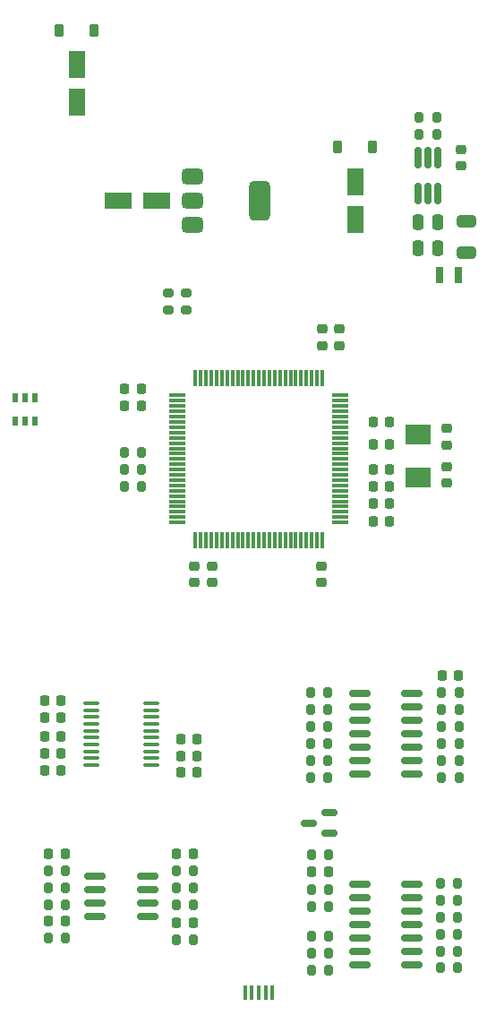
<source format=gbr>
%TF.GenerationSoftware,KiCad,Pcbnew,8.0.7*%
%TF.CreationDate,2025-01-14T15:56:34+00:00*%
%TF.ProjectId,Spectralist_Components,53706563-7472-4616-9c69-73745f436f6d,rev?*%
%TF.SameCoordinates,Original*%
%TF.FileFunction,Paste,Bot*%
%TF.FilePolarity,Positive*%
%FSLAX46Y46*%
G04 Gerber Fmt 4.6, Leading zero omitted, Abs format (unit mm)*
G04 Created by KiCad (PCBNEW 8.0.7) date 2025-01-14 15:56:34*
%MOMM*%
%LPD*%
G01*
G04 APERTURE LIST*
G04 Aperture macros list*
%AMRoundRect*
0 Rectangle with rounded corners*
0 $1 Rounding radius*
0 $2 $3 $4 $5 $6 $7 $8 $9 X,Y pos of 4 corners*
0 Add a 4 corners polygon primitive as box body*
4,1,4,$2,$3,$4,$5,$6,$7,$8,$9,$2,$3,0*
0 Add four circle primitives for the rounded corners*
1,1,$1+$1,$2,$3*
1,1,$1+$1,$4,$5*
1,1,$1+$1,$6,$7*
1,1,$1+$1,$8,$9*
0 Add four rect primitives between the rounded corners*
20,1,$1+$1,$2,$3,$4,$5,0*
20,1,$1+$1,$4,$5,$6,$7,0*
20,1,$1+$1,$6,$7,$8,$9,0*
20,1,$1+$1,$8,$9,$2,$3,0*%
G04 Aperture macros list end*
%ADD10RoundRect,0.200000X0.200000X0.275000X-0.200000X0.275000X-0.200000X-0.275000X0.200000X-0.275000X0*%
%ADD11RoundRect,0.150000X0.587500X0.150000X-0.587500X0.150000X-0.587500X-0.150000X0.587500X-0.150000X0*%
%ADD12RoundRect,0.225000X-0.250000X0.225000X-0.250000X-0.225000X0.250000X-0.225000X0.250000X0.225000X0*%
%ADD13RoundRect,0.225000X-0.225000X-0.250000X0.225000X-0.250000X0.225000X0.250000X-0.225000X0.250000X0*%
%ADD14RoundRect,0.250000X0.550000X-1.050000X0.550000X1.050000X-0.550000X1.050000X-0.550000X-1.050000X0*%
%ADD15RoundRect,0.225000X0.225000X0.250000X-0.225000X0.250000X-0.225000X-0.250000X0.225000X-0.250000X0*%
%ADD16RoundRect,0.250000X0.650000X-0.325000X0.650000X0.325000X-0.650000X0.325000X-0.650000X-0.325000X0*%
%ADD17RoundRect,0.225000X0.250000X-0.225000X0.250000X0.225000X-0.250000X0.225000X-0.250000X-0.225000X0*%
%ADD18RoundRect,0.250000X-0.550000X1.050000X-0.550000X-1.050000X0.550000X-1.050000X0.550000X1.050000X0*%
%ADD19R,2.400000X1.900000*%
%ADD20RoundRect,0.200000X-0.200000X-0.275000X0.200000X-0.275000X0.200000X0.275000X-0.200000X0.275000X0*%
%ADD21RoundRect,0.162500X0.162500X-0.837500X0.162500X0.837500X-0.162500X0.837500X-0.162500X-0.837500X0*%
%ADD22RoundRect,0.225000X0.225000X0.375000X-0.225000X0.375000X-0.225000X-0.375000X0.225000X-0.375000X0*%
%ADD23RoundRect,0.150000X-0.825000X-0.150000X0.825000X-0.150000X0.825000X0.150000X-0.825000X0.150000X0*%
%ADD24RoundRect,0.250000X-0.250000X-0.475000X0.250000X-0.475000X0.250000X0.475000X-0.250000X0.475000X0*%
%ADD25RoundRect,0.075000X0.725000X0.075000X-0.725000X0.075000X-0.725000X-0.075000X0.725000X-0.075000X0*%
%ADD26RoundRect,0.075000X0.075000X0.725000X-0.075000X0.725000X-0.075000X-0.725000X0.075000X-0.725000X0*%
%ADD27RoundRect,0.150000X0.825000X0.150000X-0.825000X0.150000X-0.825000X-0.150000X0.825000X-0.150000X0*%
%ADD28RoundRect,0.100000X-0.637500X-0.100000X0.637500X-0.100000X0.637500X0.100000X-0.637500X0.100000X0*%
%ADD29RoundRect,0.250000X1.050000X0.550000X-1.050000X0.550000X-1.050000X-0.550000X1.050000X-0.550000X0*%
%ADD30RoundRect,0.100000X0.100000X-0.575000X0.100000X0.575000X-0.100000X0.575000X-0.100000X-0.575000X0*%
%ADD31R,0.600000X0.950000*%
%ADD32RoundRect,0.200000X-0.275000X0.200000X-0.275000X-0.200000X0.275000X-0.200000X0.275000X0.200000X0*%
%ADD33R,0.800000X1.600000*%
%ADD34RoundRect,0.375000X-0.625000X-0.375000X0.625000X-0.375000X0.625000X0.375000X-0.625000X0.375000X0*%
%ADD35RoundRect,0.500000X-0.500000X-1.400000X0.500000X-1.400000X0.500000X1.400000X-0.500000X1.400000X0*%
G04 APERTURE END LIST*
D10*
%TO.C,R39*%
X118925000Y-96600000D03*
X117275000Y-96600000D03*
%TD*%
D11*
%TO.C,D3*%
X136637500Y-127450000D03*
X136637500Y-129350000D03*
X134762500Y-128400000D03*
%TD*%
D12*
%TO.C,C16*%
X137600000Y-81725000D03*
X137600000Y-83275000D03*
%TD*%
D13*
%TO.C,C21*%
X117325000Y-87400000D03*
X118875000Y-87400000D03*
%TD*%
D14*
%TO.C,C1*%
X139100000Y-71380000D03*
X139100000Y-67780000D03*
%TD*%
D12*
%TO.C,C22*%
X136000000Y-81725000D03*
X136000000Y-83275000D03*
%TD*%
D15*
%TO.C,C11*%
X111275000Y-118400000D03*
X109725000Y-118400000D03*
%TD*%
D13*
%TO.C,C32*%
X122225000Y-137800000D03*
X123775000Y-137800000D03*
%TD*%
D16*
%TO.C,C9*%
X149600000Y-74475000D03*
X149600000Y-71525000D03*
%TD*%
D10*
%TO.C,R25*%
X136525000Y-119300000D03*
X134875000Y-119300000D03*
%TD*%
D17*
%TO.C,C20*%
X123900000Y-105675000D03*
X123900000Y-104125000D03*
%TD*%
D10*
%TO.C,R30*%
X118925000Y-95000000D03*
X117275000Y-95000000D03*
%TD*%
%TO.C,R3*%
X111725000Y-132900000D03*
X110075000Y-132900000D03*
%TD*%
D13*
%TO.C,C31*%
X110125000Y-137700000D03*
X111675000Y-137700000D03*
%TD*%
D18*
%TO.C,C2*%
X112800000Y-56700000D03*
X112800000Y-60300000D03*
%TD*%
D19*
%TO.C,Y1*%
X145100000Y-95750000D03*
X145100000Y-91650000D03*
%TD*%
D20*
%TO.C,R6*%
X122175000Y-134500000D03*
X123825000Y-134500000D03*
%TD*%
D21*
%TO.C,U3*%
X146950000Y-68910000D03*
X146000000Y-68910000D03*
X145050000Y-68910000D03*
X145050000Y-65490000D03*
X146000000Y-65490000D03*
X146950000Y-65490000D03*
%TD*%
D15*
%TO.C,C12*%
X111275000Y-116800000D03*
X109725000Y-116800000D03*
%TD*%
D20*
%TO.C,R4*%
X122175000Y-132900000D03*
X123825000Y-132900000D03*
%TD*%
%TO.C,R14*%
X134975000Y-131400000D03*
X136625000Y-131400000D03*
%TD*%
D10*
%TO.C,R1*%
X146825000Y-61750000D03*
X145175000Y-61750000D03*
%TD*%
D20*
%TO.C,R23*%
X147175000Y-135700000D03*
X148825000Y-135700000D03*
%TD*%
%TO.C,R8*%
X122175000Y-139400000D03*
X123825000Y-139400000D03*
%TD*%
%TO.C,R24*%
X147175000Y-134100000D03*
X148825000Y-134100000D03*
%TD*%
%TO.C,R20*%
X147275000Y-122500000D03*
X148925000Y-122500000D03*
%TD*%
D22*
%TO.C,D1*%
X140750000Y-64480000D03*
X137450000Y-64480000D03*
%TD*%
D23*
%TO.C,U8*%
X114525000Y-137205000D03*
X114525000Y-135935000D03*
X114525000Y-134665000D03*
X114525000Y-133395000D03*
X119475000Y-133395000D03*
X119475000Y-134665000D03*
X119475000Y-135935000D03*
X119475000Y-137205000D03*
%TD*%
D20*
%TO.C,R32*%
X134975000Y-142300000D03*
X136625000Y-142300000D03*
%TD*%
%TO.C,R22*%
X147175000Y-137300000D03*
X148825000Y-137300000D03*
%TD*%
D10*
%TO.C,R11*%
X136525000Y-120900000D03*
X134875000Y-120900000D03*
%TD*%
D15*
%TO.C,C27*%
X124175000Y-120500000D03*
X122625000Y-120500000D03*
%TD*%
%TO.C,C4*%
X142375000Y-96600000D03*
X140825000Y-96600000D03*
%TD*%
%TO.C,C25*%
X111275000Y-121800000D03*
X109725000Y-121800000D03*
%TD*%
D20*
%TO.C,R17*%
X147175000Y-142100000D03*
X148825000Y-142100000D03*
%TD*%
D24*
%TO.C,C6*%
X145050000Y-71650000D03*
X146950000Y-71650000D03*
%TD*%
D15*
%TO.C,C39*%
X118875000Y-89000000D03*
X117325000Y-89000000D03*
%TD*%
D13*
%TO.C,C30*%
X122225000Y-131300000D03*
X123775000Y-131300000D03*
%TD*%
D15*
%TO.C,C23*%
X142375000Y-98200000D03*
X140825000Y-98200000D03*
%TD*%
D10*
%TO.C,R21*%
X136525000Y-124100000D03*
X134875000Y-124100000D03*
%TD*%
D15*
%TO.C,C29*%
X111675000Y-131300000D03*
X110125000Y-131300000D03*
%TD*%
%TO.C,C10*%
X111275000Y-123400000D03*
X109725000Y-123400000D03*
%TD*%
D10*
%TO.C,R31*%
X136625000Y-139100000D03*
X134975000Y-139100000D03*
%TD*%
D15*
%TO.C,C26*%
X111275000Y-120200000D03*
X109725000Y-120200000D03*
%TD*%
D17*
%TO.C,C15*%
X147800000Y-96275000D03*
X147800000Y-94725000D03*
%TD*%
D10*
%TO.C,R37*%
X136625000Y-136300000D03*
X134975000Y-136300000D03*
%TD*%
D13*
%TO.C,C35*%
X147325000Y-114500000D03*
X148875000Y-114500000D03*
%TD*%
D25*
%TO.C,U1*%
X137675000Y-88000000D03*
X137675000Y-88500000D03*
X137675000Y-89000000D03*
X137675000Y-89500000D03*
X137675000Y-90000000D03*
X137675000Y-90500000D03*
X137675000Y-91000000D03*
X137675000Y-91500000D03*
X137675000Y-92000000D03*
X137675000Y-92500000D03*
X137675000Y-93000000D03*
X137675000Y-93500000D03*
X137675000Y-94000000D03*
X137675000Y-94500000D03*
X137675000Y-95000000D03*
X137675000Y-95500000D03*
X137675000Y-96000000D03*
X137675000Y-96500000D03*
X137675000Y-97000000D03*
X137675000Y-97500000D03*
X137675000Y-98000000D03*
X137675000Y-98500000D03*
X137675000Y-99000000D03*
X137675000Y-99500000D03*
X137675000Y-100000000D03*
D26*
X136000000Y-101675000D03*
X135500000Y-101675000D03*
X135000000Y-101675000D03*
X134500000Y-101675000D03*
X134000000Y-101675000D03*
X133500000Y-101675000D03*
X133000000Y-101675000D03*
X132500000Y-101675000D03*
X132000000Y-101675000D03*
X131500000Y-101675000D03*
X131000000Y-101675000D03*
X130500000Y-101675000D03*
X130000000Y-101675000D03*
X129500000Y-101675000D03*
X129000000Y-101675000D03*
X128500000Y-101675000D03*
X128000000Y-101675000D03*
X127500000Y-101675000D03*
X127000000Y-101675000D03*
X126500000Y-101675000D03*
X126000000Y-101675000D03*
X125500000Y-101675000D03*
X125000000Y-101675000D03*
X124500000Y-101675000D03*
X124000000Y-101675000D03*
D25*
X122325000Y-100000000D03*
X122325000Y-99500000D03*
X122325000Y-99000000D03*
X122325000Y-98500000D03*
X122325000Y-98000000D03*
X122325000Y-97500000D03*
X122325000Y-97000000D03*
X122325000Y-96500000D03*
X122325000Y-96000000D03*
X122325000Y-95500000D03*
X122325000Y-95000000D03*
X122325000Y-94500000D03*
X122325000Y-94000000D03*
X122325000Y-93500000D03*
X122325000Y-93000000D03*
X122325000Y-92500000D03*
X122325000Y-92000000D03*
X122325000Y-91500000D03*
X122325000Y-91000000D03*
X122325000Y-90500000D03*
X122325000Y-90000000D03*
X122325000Y-89500000D03*
X122325000Y-89000000D03*
X122325000Y-88500000D03*
X122325000Y-88000000D03*
D26*
X124000000Y-86325000D03*
X124500000Y-86325000D03*
X125000000Y-86325000D03*
X125500000Y-86325000D03*
X126000000Y-86325000D03*
X126500000Y-86325000D03*
X127000000Y-86325000D03*
X127500000Y-86325000D03*
X128000000Y-86325000D03*
X128500000Y-86325000D03*
X129000000Y-86325000D03*
X129500000Y-86325000D03*
X130000000Y-86325000D03*
X130500000Y-86325000D03*
X131000000Y-86325000D03*
X131500000Y-86325000D03*
X132000000Y-86325000D03*
X132500000Y-86325000D03*
X133000000Y-86325000D03*
X133500000Y-86325000D03*
X134000000Y-86325000D03*
X134500000Y-86325000D03*
X135000000Y-86325000D03*
X135500000Y-86325000D03*
X136000000Y-86325000D03*
%TD*%
D15*
%TO.C,C24*%
X142375000Y-99900000D03*
X140825000Y-99900000D03*
%TD*%
D27*
%TO.C,U5*%
X144475000Y-134190000D03*
X144475000Y-135460000D03*
X144475000Y-136730000D03*
X144475000Y-138000000D03*
X144475000Y-139270000D03*
X144475000Y-140540000D03*
X144475000Y-141810000D03*
X139525000Y-141810000D03*
X139525000Y-140540000D03*
X139525000Y-139270000D03*
X139525000Y-138000000D03*
X139525000Y-136730000D03*
X139525000Y-135460000D03*
X139525000Y-134190000D03*
%TD*%
D28*
%TO.C,U2*%
X114137500Y-122925000D03*
X114137500Y-122275000D03*
X114137500Y-121625000D03*
X114137500Y-120975000D03*
X114137500Y-120325000D03*
X114137500Y-119675000D03*
X114137500Y-119025000D03*
X114137500Y-118375000D03*
X114137500Y-117725000D03*
X114137500Y-117075000D03*
X119862500Y-117075000D03*
X119862500Y-117725000D03*
X119862500Y-118375000D03*
X119862500Y-119025000D03*
X119862500Y-119675000D03*
X119862500Y-120325000D03*
X119862500Y-120975000D03*
X119862500Y-121625000D03*
X119862500Y-122275000D03*
X119862500Y-122925000D03*
%TD*%
D20*
%TO.C,R19*%
X147175000Y-140500000D03*
X148825000Y-140500000D03*
%TD*%
D10*
%TO.C,R5*%
X111725000Y-134500000D03*
X110075000Y-134500000D03*
%TD*%
%TO.C,R12*%
X136525000Y-122500000D03*
X134875000Y-122500000D03*
%TD*%
%TO.C,R27*%
X136525000Y-116100000D03*
X134875000Y-116100000D03*
%TD*%
D20*
%TO.C,R2*%
X145175000Y-63350000D03*
X146825000Y-63350000D03*
%TD*%
%TO.C,R10*%
X122175000Y-136100000D03*
X123825000Y-136100000D03*
%TD*%
D13*
%TO.C,C28*%
X122625000Y-123600000D03*
X124175000Y-123600000D03*
%TD*%
D27*
%TO.C,U7*%
X144475000Y-116190000D03*
X144475000Y-117460000D03*
X144475000Y-118730000D03*
X144475000Y-120000000D03*
X144475000Y-121270000D03*
X144475000Y-122540000D03*
X144475000Y-123810000D03*
X139525000Y-123810000D03*
X139525000Y-122540000D03*
X139525000Y-121270000D03*
X139525000Y-120000000D03*
X139525000Y-118730000D03*
X139525000Y-117460000D03*
X139525000Y-116190000D03*
%TD*%
D15*
%TO.C,C18*%
X142375000Y-92600000D03*
X140825000Y-92600000D03*
%TD*%
D12*
%TO.C,C38*%
X125550000Y-104125000D03*
X125550000Y-105675000D03*
%TD*%
D17*
%TO.C,C19*%
X135900000Y-105675000D03*
X135900000Y-104125000D03*
%TD*%
D13*
%TO.C,C36*%
X135025000Y-133000000D03*
X136575000Y-133000000D03*
%TD*%
%TO.C,C13*%
X122625000Y-122100000D03*
X124175000Y-122100000D03*
%TD*%
D20*
%TO.C,R18*%
X147275000Y-120900000D03*
X148925000Y-120900000D03*
%TD*%
D29*
%TO.C,C5*%
X120300000Y-69600000D03*
X116700000Y-69600000D03*
%TD*%
D20*
%TO.C,R13*%
X147275000Y-124100000D03*
X148925000Y-124100000D03*
%TD*%
D30*
%TO.C,J8*%
X131300000Y-144415000D03*
X130650000Y-144415000D03*
X130000000Y-144415000D03*
X129350000Y-144415000D03*
X128700000Y-144415000D03*
%TD*%
D10*
%TO.C,R26*%
X136525000Y-117700000D03*
X134875000Y-117700000D03*
%TD*%
%TO.C,R34*%
X136625000Y-134700000D03*
X134975000Y-134700000D03*
%TD*%
D20*
%TO.C,R35*%
X147275000Y-117700000D03*
X148925000Y-117700000D03*
%TD*%
D24*
%TO.C,C7*%
X145050000Y-74050000D03*
X146950000Y-74050000D03*
%TD*%
D20*
%TO.C,R16*%
X147175000Y-138900000D03*
X148825000Y-138900000D03*
%TD*%
D10*
%TO.C,R33*%
X136625000Y-140700000D03*
X134975000Y-140700000D03*
%TD*%
%TO.C,R9*%
X111725000Y-139300000D03*
X110075000Y-139300000D03*
%TD*%
D15*
%TO.C,C17*%
X142375000Y-90500000D03*
X140825000Y-90500000D03*
%TD*%
D20*
%TO.C,R7*%
X110075000Y-136100000D03*
X111725000Y-136100000D03*
%TD*%
D10*
%TO.C,R38*%
X118925000Y-93400000D03*
X117275000Y-93400000D03*
%TD*%
D20*
%TO.C,R36*%
X147275000Y-116100000D03*
X148925000Y-116100000D03*
%TD*%
D17*
%TO.C,C8*%
X149100000Y-66275000D03*
X149100000Y-64725000D03*
%TD*%
D31*
%TO.C,U6*%
X106918250Y-88175000D03*
X107868250Y-88175000D03*
X108818250Y-88175000D03*
X108818250Y-90425000D03*
X107868250Y-90425000D03*
X106918250Y-90425000D03*
%TD*%
D32*
%TO.C,R15*%
X121400000Y-78275000D03*
X121400000Y-79925000D03*
%TD*%
D20*
%TO.C,R29*%
X147275000Y-119300000D03*
X148925000Y-119300000D03*
%TD*%
D22*
%TO.C,D2*%
X114450000Y-53500000D03*
X111150000Y-53500000D03*
%TD*%
D32*
%TO.C,R28*%
X123100000Y-78275000D03*
X123100000Y-79925000D03*
%TD*%
D12*
%TO.C,C14*%
X147800000Y-91125000D03*
X147800000Y-92675000D03*
%TD*%
D33*
%TO.C,L2*%
X147100000Y-76600000D03*
X148900000Y-76600000D03*
%TD*%
D34*
%TO.C,U4*%
X123750000Y-71900000D03*
X123750000Y-69600000D03*
D35*
X130050000Y-69600000D03*
D34*
X123750000Y-67300000D03*
%TD*%
D15*
%TO.C,C3*%
X142375000Y-95000000D03*
X140825000Y-95000000D03*
%TD*%
M02*

</source>
